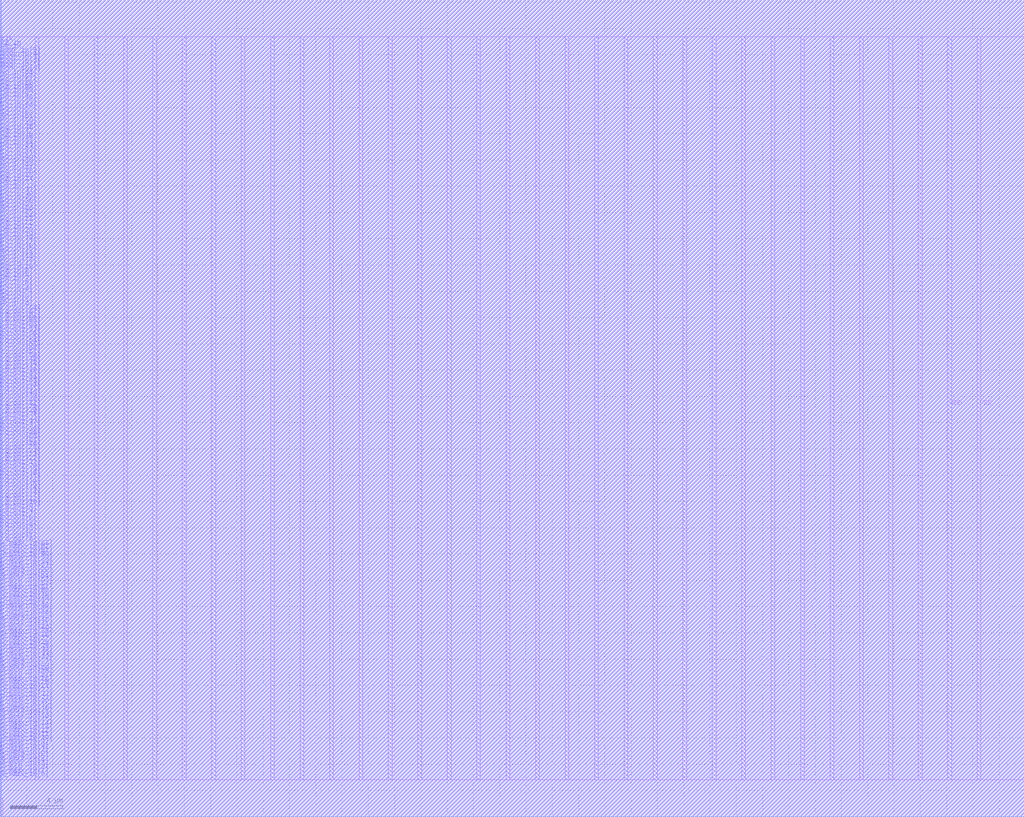
<source format=lef>
VERSION 5.7 ;
BUSBITCHARS "[]" ;
MACRO fakeram45_64x64_upper
  FOREIGN fakeram45_64x64_upper 0 0 ;
  SYMMETRY X Y R90 ;
  SIZE 0.19 BY 1.4 ;
  CLASS BLOCK ;
  PIN w_mask_in[0]
    DIRECTION INPUT ;
    USE SIGNAL ;
    SHAPE ABUTMENT ;
    PORT
      LAYER metal18 ;
      RECT 0.000 2.800 0.070 2.870 ;
    END
  END w_mask_in[0]
  PIN w_mask_in[1]
    DIRECTION INPUT ;
    USE SIGNAL ;
    SHAPE ABUTMENT ;
    PORT
      LAYER metal18 ;
      RECT 0.000 3.080 0.070 3.150 ;
    END
  END w_mask_in[1]
  PIN w_mask_in[2]
    DIRECTION INPUT ;
    USE SIGNAL ;
    SHAPE ABUTMENT ;
    PORT
      LAYER metal18 ;
      RECT 0.000 3.360 0.070 3.430 ;
    END
  END w_mask_in[2]
  PIN w_mask_in[3]
    DIRECTION INPUT ;
    USE SIGNAL ;
    SHAPE ABUTMENT ;
    PORT
      LAYER metal18 ;
      RECT 0.000 3.640 0.070 3.710 ;
    END
  END w_mask_in[3]
  PIN w_mask_in[4]
    DIRECTION INPUT ;
    USE SIGNAL ;
    SHAPE ABUTMENT ;
    PORT
      LAYER metal18 ;
      RECT 0.000 3.920 0.070 3.990 ;
    END
  END w_mask_in[4]
  PIN w_mask_in[5]
    DIRECTION INPUT ;
    USE SIGNAL ;
    SHAPE ABUTMENT ;
    PORT
      LAYER metal18 ;
      RECT 0.000 4.200 0.070 4.270 ;
    END
  END w_mask_in[5]
  PIN w_mask_in[6]
    DIRECTION INPUT ;
    USE SIGNAL ;
    SHAPE ABUTMENT ;
    PORT
      LAYER metal18 ;
      RECT 0.000 4.480 0.070 4.550 ;
    END
  END w_mask_in[6]
  PIN w_mask_in[7]
    DIRECTION INPUT ;
    USE SIGNAL ;
    SHAPE ABUTMENT ;
    PORT
      LAYER metal18 ;
      RECT 0.000 4.760 0.070 4.830 ;
    END
  END w_mask_in[7]
  PIN w_mask_in[8]
    DIRECTION INPUT ;
    USE SIGNAL ;
    SHAPE ABUTMENT ;
    PORT
      LAYER metal18 ;
      RECT 0.000 5.040 0.070 5.110 ;
    END
  END w_mask_in[8]
  PIN w_mask_in[9]
    DIRECTION INPUT ;
    USE SIGNAL ;
    SHAPE ABUTMENT ;
    PORT
      LAYER metal18 ;
      RECT 0.000 5.320 0.070 5.390 ;
    END
  END w_mask_in[9]
  PIN w_mask_in[10]
    DIRECTION INPUT ;
    USE SIGNAL ;
    SHAPE ABUTMENT ;
    PORT
      LAYER metal18 ;
      RECT 0.000 5.600 0.070 5.670 ;
    END
  END w_mask_in[10]
  PIN w_mask_in[11]
    DIRECTION INPUT ;
    USE SIGNAL ;
    SHAPE ABUTMENT ;
    PORT
      LAYER metal18 ;
      RECT 0.000 5.880 0.070 5.950 ;
    END
  END w_mask_in[11]
  PIN w_mask_in[12]
    DIRECTION INPUT ;
    USE SIGNAL ;
    SHAPE ABUTMENT ;
    PORT
      LAYER metal18 ;
      RECT 0.000 6.160 0.070 6.230 ;
    END
  END w_mask_in[12]
  PIN w_mask_in[13]
    DIRECTION INPUT ;
    USE SIGNAL ;
    SHAPE ABUTMENT ;
    PORT
      LAYER metal18 ;
      RECT 0.000 6.440 0.070 6.510 ;
    END
  END w_mask_in[13]
  PIN w_mask_in[14]
    DIRECTION INPUT ;
    USE SIGNAL ;
    SHAPE ABUTMENT ;
    PORT
      LAYER metal18 ;
      RECT 0.000 6.720 0.070 6.790 ;
    END
  END w_mask_in[14]
  PIN w_mask_in[15]
    DIRECTION INPUT ;
    USE SIGNAL ;
    SHAPE ABUTMENT ;
    PORT
      LAYER metal18 ;
      RECT 0.000 7.000 0.070 7.070 ;
    END
  END w_mask_in[15]
  PIN w_mask_in[16]
    DIRECTION INPUT ;
    USE SIGNAL ;
    SHAPE ABUTMENT ;
    PORT
      LAYER metal18 ;
      RECT 0.000 7.280 0.070 7.350 ;
    END
  END w_mask_in[16]
  PIN w_mask_in[17]
    DIRECTION INPUT ;
    USE SIGNAL ;
    SHAPE ABUTMENT ;
    PORT
      LAYER metal18 ;
      RECT 0.000 7.560 0.070 7.630 ;
    END
  END w_mask_in[17]
  PIN w_mask_in[18]
    DIRECTION INPUT ;
    USE SIGNAL ;
    SHAPE ABUTMENT ;
    PORT
      LAYER metal18 ;
      RECT 0.000 7.840 0.070 7.910 ;
    END
  END w_mask_in[18]
  PIN w_mask_in[19]
    DIRECTION INPUT ;
    USE SIGNAL ;
    SHAPE ABUTMENT ;
    PORT
      LAYER metal18 ;
      RECT 0.000 8.120 0.070 8.190 ;
    END
  END w_mask_in[19]
  PIN w_mask_in[20]
    DIRECTION INPUT ;
    USE SIGNAL ;
    SHAPE ABUTMENT ;
    PORT
      LAYER metal18 ;
      RECT 0.000 8.400 0.070 8.470 ;
    END
  END w_mask_in[20]
  PIN w_mask_in[21]
    DIRECTION INPUT ;
    USE SIGNAL ;
    SHAPE ABUTMENT ;
    PORT
      LAYER metal18 ;
      RECT 0.000 8.680 0.070 8.750 ;
    END
  END w_mask_in[21]
  PIN w_mask_in[22]
    DIRECTION INPUT ;
    USE SIGNAL ;
    SHAPE ABUTMENT ;
    PORT
      LAYER metal18 ;
      RECT 0.000 8.960 0.070 9.030 ;
    END
  END w_mask_in[22]
  PIN w_mask_in[23]
    DIRECTION INPUT ;
    USE SIGNAL ;
    SHAPE ABUTMENT ;
    PORT
      LAYER metal18 ;
      RECT 0.000 9.240 0.070 9.310 ;
    END
  END w_mask_in[23]
  PIN w_mask_in[24]
    DIRECTION INPUT ;
    USE SIGNAL ;
    SHAPE ABUTMENT ;
    PORT
      LAYER metal18 ;
      RECT 0.000 9.520 0.070 9.590 ;
    END
  END w_mask_in[24]
  PIN w_mask_in[25]
    DIRECTION INPUT ;
    USE SIGNAL ;
    SHAPE ABUTMENT ;
    PORT
      LAYER metal18 ;
      RECT 0.000 9.800 0.070 9.870 ;
    END
  END w_mask_in[25]
  PIN w_mask_in[26]
    DIRECTION INPUT ;
    USE SIGNAL ;
    SHAPE ABUTMENT ;
    PORT
      LAYER metal18 ;
      RECT 0.000 10.080 0.070 10.150 ;
    END
  END w_mask_in[26]
  PIN w_mask_in[27]
    DIRECTION INPUT ;
    USE SIGNAL ;
    SHAPE ABUTMENT ;
    PORT
      LAYER metal18 ;
      RECT 0.000 10.360 0.070 10.430 ;
    END
  END w_mask_in[27]
  PIN w_mask_in[28]
    DIRECTION INPUT ;
    USE SIGNAL ;
    SHAPE ABUTMENT ;
    PORT
      LAYER metal18 ;
      RECT 0.000 10.640 0.070 10.710 ;
    END
  END w_mask_in[28]
  PIN w_mask_in[29]
    DIRECTION INPUT ;
    USE SIGNAL ;
    SHAPE ABUTMENT ;
    PORT
      LAYER metal18 ;
      RECT 0.000 10.920 0.070 10.990 ;
    END
  END w_mask_in[29]
  PIN w_mask_in[30]
    DIRECTION INPUT ;
    USE SIGNAL ;
    SHAPE ABUTMENT ;
    PORT
      LAYER metal18 ;
      RECT 0.000 11.200 0.070 11.270 ;
    END
  END w_mask_in[30]
  PIN w_mask_in[31]
    DIRECTION INPUT ;
    USE SIGNAL ;
    SHAPE ABUTMENT ;
    PORT
      LAYER metal18 ;
      RECT 0.000 11.480 0.070 11.550 ;
    END
  END w_mask_in[31]
  PIN w_mask_in[32]
    DIRECTION INPUT ;
    USE SIGNAL ;
    SHAPE ABUTMENT ;
    PORT
      LAYER metal18 ;
      RECT 0.000 11.760 0.070 11.830 ;
    END
  END w_mask_in[32]
  PIN w_mask_in[33]
    DIRECTION INPUT ;
    USE SIGNAL ;
    SHAPE ABUTMENT ;
    PORT
      LAYER metal18 ;
      RECT 0.000 12.040 0.070 12.110 ;
    END
  END w_mask_in[33]
  PIN w_mask_in[34]
    DIRECTION INPUT ;
    USE SIGNAL ;
    SHAPE ABUTMENT ;
    PORT
      LAYER metal18 ;
      RECT 0.000 12.320 0.070 12.390 ;
    END
  END w_mask_in[34]
  PIN w_mask_in[35]
    DIRECTION INPUT ;
    USE SIGNAL ;
    SHAPE ABUTMENT ;
    PORT
      LAYER metal18 ;
      RECT 0.000 12.600 0.070 12.670 ;
    END
  END w_mask_in[35]
  PIN w_mask_in[36]
    DIRECTION INPUT ;
    USE SIGNAL ;
    SHAPE ABUTMENT ;
    PORT
      LAYER metal18 ;
      RECT 0.000 12.880 0.070 12.950 ;
    END
  END w_mask_in[36]
  PIN w_mask_in[37]
    DIRECTION INPUT ;
    USE SIGNAL ;
    SHAPE ABUTMENT ;
    PORT
      LAYER metal18 ;
      RECT 0.000 13.160 0.070 13.230 ;
    END
  END w_mask_in[37]
  PIN w_mask_in[38]
    DIRECTION INPUT ;
    USE SIGNAL ;
    SHAPE ABUTMENT ;
    PORT
      LAYER metal18 ;
      RECT 0.000 13.440 0.070 13.510 ;
    END
  END w_mask_in[38]
  PIN w_mask_in[39]
    DIRECTION INPUT ;
    USE SIGNAL ;
    SHAPE ABUTMENT ;
    PORT
      LAYER metal18 ;
      RECT 0.000 13.720 0.070 13.790 ;
    END
  END w_mask_in[39]
  PIN w_mask_in[40]
    DIRECTION INPUT ;
    USE SIGNAL ;
    SHAPE ABUTMENT ;
    PORT
      LAYER metal18 ;
      RECT 0.000 14.000 0.070 14.070 ;
    END
  END w_mask_in[40]
  PIN w_mask_in[41]
    DIRECTION INPUT ;
    USE SIGNAL ;
    SHAPE ABUTMENT ;
    PORT
      LAYER metal18 ;
      RECT 0.000 14.280 0.070 14.350 ;
    END
  END w_mask_in[41]
  PIN w_mask_in[42]
    DIRECTION INPUT ;
    USE SIGNAL ;
    SHAPE ABUTMENT ;
    PORT
      LAYER metal18 ;
      RECT 0.000 14.560 0.070 14.630 ;
    END
  END w_mask_in[42]
  PIN w_mask_in[43]
    DIRECTION INPUT ;
    USE SIGNAL ;
    SHAPE ABUTMENT ;
    PORT
      LAYER metal18 ;
      RECT 0.000 14.840 0.070 14.910 ;
    END
  END w_mask_in[43]
  PIN w_mask_in[44]
    DIRECTION INPUT ;
    USE SIGNAL ;
    SHAPE ABUTMENT ;
    PORT
      LAYER metal18 ;
      RECT 0.000 15.120 0.070 15.190 ;
    END
  END w_mask_in[44]
  PIN w_mask_in[45]
    DIRECTION INPUT ;
    USE SIGNAL ;
    SHAPE ABUTMENT ;
    PORT
      LAYER metal18 ;
      RECT 0.000 15.400 0.070 15.470 ;
    END
  END w_mask_in[45]
  PIN w_mask_in[46]
    DIRECTION INPUT ;
    USE SIGNAL ;
    SHAPE ABUTMENT ;
    PORT
      LAYER metal18 ;
      RECT 0.000 15.680 0.070 15.750 ;
    END
  END w_mask_in[46]
  PIN w_mask_in[47]
    DIRECTION INPUT ;
    USE SIGNAL ;
    SHAPE ABUTMENT ;
    PORT
      LAYER metal18 ;
      RECT 0.000 15.960 0.070 16.030 ;
    END
  END w_mask_in[47]
  PIN w_mask_in[48]
    DIRECTION INPUT ;
    USE SIGNAL ;
    SHAPE ABUTMENT ;
    PORT
      LAYER metal18 ;
      RECT 0.000 16.240 0.070 16.310 ;
    END
  END w_mask_in[48]
  PIN w_mask_in[49]
    DIRECTION INPUT ;
    USE SIGNAL ;
    SHAPE ABUTMENT ;
    PORT
      LAYER metal18 ;
      RECT 0.000 16.520 0.070 16.590 ;
    END
  END w_mask_in[49]
  PIN w_mask_in[50]
    DIRECTION INPUT ;
    USE SIGNAL ;
    SHAPE ABUTMENT ;
    PORT
      LAYER metal18 ;
      RECT 0.000 16.800 0.070 16.870 ;
    END
  END w_mask_in[50]
  PIN w_mask_in[51]
    DIRECTION INPUT ;
    USE SIGNAL ;
    SHAPE ABUTMENT ;
    PORT
      LAYER metal18 ;
      RECT 0.000 17.080 0.070 17.150 ;
    END
  END w_mask_in[51]
  PIN w_mask_in[52]
    DIRECTION INPUT ;
    USE SIGNAL ;
    SHAPE ABUTMENT ;
    PORT
      LAYER metal18 ;
      RECT 0.000 17.360 0.070 17.430 ;
    END
  END w_mask_in[52]
  PIN w_mask_in[53]
    DIRECTION INPUT ;
    USE SIGNAL ;
    SHAPE ABUTMENT ;
    PORT
      LAYER metal18 ;
      RECT 0.000 17.640 0.070 17.710 ;
    END
  END w_mask_in[53]
  PIN w_mask_in[54]
    DIRECTION INPUT ;
    USE SIGNAL ;
    SHAPE ABUTMENT ;
    PORT
      LAYER metal18 ;
      RECT 0.000 17.920 0.070 17.990 ;
    END
  END w_mask_in[54]
  PIN w_mask_in[55]
    DIRECTION INPUT ;
    USE SIGNAL ;
    SHAPE ABUTMENT ;
    PORT
      LAYER metal18 ;
      RECT 0.000 18.200 0.070 18.270 ;
    END
  END w_mask_in[55]
  PIN w_mask_in[56]
    DIRECTION INPUT ;
    USE SIGNAL ;
    SHAPE ABUTMENT ;
    PORT
      LAYER metal18 ;
      RECT 0.000 18.480 0.070 18.550 ;
    END
  END w_mask_in[56]
  PIN w_mask_in[57]
    DIRECTION INPUT ;
    USE SIGNAL ;
    SHAPE ABUTMENT ;
    PORT
      LAYER metal18 ;
      RECT 0.000 18.760 0.070 18.830 ;
    END
  END w_mask_in[57]
  PIN w_mask_in[58]
    DIRECTION INPUT ;
    USE SIGNAL ;
    SHAPE ABUTMENT ;
    PORT
      LAYER metal18 ;
      RECT 0.000 19.040 0.070 19.110 ;
    END
  END w_mask_in[58]
  PIN w_mask_in[59]
    DIRECTION INPUT ;
    USE SIGNAL ;
    SHAPE ABUTMENT ;
    PORT
      LAYER metal18 ;
      RECT 0.000 19.320 0.070 19.390 ;
    END
  END w_mask_in[59]
  PIN w_mask_in[60]
    DIRECTION INPUT ;
    USE SIGNAL ;
    SHAPE ABUTMENT ;
    PORT
      LAYER metal18 ;
      RECT 0.000 19.600 0.070 19.670 ;
    END
  END w_mask_in[60]
  PIN w_mask_in[61]
    DIRECTION INPUT ;
    USE SIGNAL ;
    SHAPE ABUTMENT ;
    PORT
      LAYER metal18 ;
      RECT 0.000 19.880 0.070 19.950 ;
    END
  END w_mask_in[61]
  PIN w_mask_in[62]
    DIRECTION INPUT ;
    USE SIGNAL ;
    SHAPE ABUTMENT ;
    PORT
      LAYER metal18 ;
      RECT 0.000 20.160 0.070 20.230 ;
    END
  END w_mask_in[62]
  PIN w_mask_in[63]
    DIRECTION INPUT ;
    USE SIGNAL ;
    SHAPE ABUTMENT ;
    PORT
      LAYER metal18 ;
      RECT 0.000 20.440 0.070 20.510 ;
    END
  END w_mask_in[63]
  PIN rd_out[0]
    DIRECTION OUTPUT ;
    USE SIGNAL ;
    SHAPE ABUTMENT ;
    PORT
      LAYER metal18 ;
      RECT 0.000 20.720 0.070 20.790 ;
    END
  END rd_out[0]
  PIN rd_out[1]
    DIRECTION OUTPUT ;
    USE SIGNAL ;
    SHAPE ABUTMENT ;
    PORT
      LAYER metal18 ;
      RECT 0.000 21.000 0.070 21.070 ;
    END
  END rd_out[1]
  PIN rd_out[2]
    DIRECTION OUTPUT ;
    USE SIGNAL ;
    SHAPE ABUTMENT ;
    PORT
      LAYER metal18 ;
      RECT 0.000 21.280 0.070 21.350 ;
    END
  END rd_out[2]
  PIN rd_out[3]
    DIRECTION OUTPUT ;
    USE SIGNAL ;
    SHAPE ABUTMENT ;
    PORT
      LAYER metal18 ;
      RECT 0.000 21.560 0.070 21.630 ;
    END
  END rd_out[3]
  PIN rd_out[4]
    DIRECTION OUTPUT ;
    USE SIGNAL ;
    SHAPE ABUTMENT ;
    PORT
      LAYER metal18 ;
      RECT 0.000 21.840 0.070 21.910 ;
    END
  END rd_out[4]
  PIN rd_out[5]
    DIRECTION OUTPUT ;
    USE SIGNAL ;
    SHAPE ABUTMENT ;
    PORT
      LAYER metal18 ;
      RECT 0.000 22.120 0.070 22.190 ;
    END
  END rd_out[5]
  PIN rd_out[6]
    DIRECTION OUTPUT ;
    USE SIGNAL ;
    SHAPE ABUTMENT ;
    PORT
      LAYER metal18 ;
      RECT 0.000 22.400 0.070 22.470 ;
    END
  END rd_out[6]
  PIN rd_out[7]
    DIRECTION OUTPUT ;
    USE SIGNAL ;
    SHAPE ABUTMENT ;
    PORT
      LAYER metal18 ;
      RECT 0.000 22.680 0.070 22.750 ;
    END
  END rd_out[7]
  PIN rd_out[8]
    DIRECTION OUTPUT ;
    USE SIGNAL ;
    SHAPE ABUTMENT ;
    PORT
      LAYER metal18 ;
      RECT 0.000 22.960 0.070 23.030 ;
    END
  END rd_out[8]
  PIN rd_out[9]
    DIRECTION OUTPUT ;
    USE SIGNAL ;
    SHAPE ABUTMENT ;
    PORT
      LAYER metal18 ;
      RECT 0.000 23.240 0.070 23.310 ;
    END
  END rd_out[9]
  PIN rd_out[10]
    DIRECTION OUTPUT ;
    USE SIGNAL ;
    SHAPE ABUTMENT ;
    PORT
      LAYER metal18 ;
      RECT 0.000 23.520 0.070 23.590 ;
    END
  END rd_out[10]
  PIN rd_out[11]
    DIRECTION OUTPUT ;
    USE SIGNAL ;
    SHAPE ABUTMENT ;
    PORT
      LAYER metal18 ;
      RECT 0.000 23.800 0.070 23.870 ;
    END
  END rd_out[11]
  PIN rd_out[12]
    DIRECTION OUTPUT ;
    USE SIGNAL ;
    SHAPE ABUTMENT ;
    PORT
      LAYER metal18 ;
      RECT 0.000 24.080 0.070 24.150 ;
    END
  END rd_out[12]
  PIN rd_out[13]
    DIRECTION OUTPUT ;
    USE SIGNAL ;
    SHAPE ABUTMENT ;
    PORT
      LAYER metal18 ;
      RECT 0.000 24.360 0.070 24.430 ;
    END
  END rd_out[13]
  PIN rd_out[14]
    DIRECTION OUTPUT ;
    USE SIGNAL ;
    SHAPE ABUTMENT ;
    PORT
      LAYER metal18 ;
      RECT 0.000 24.640 0.070 24.710 ;
    END
  END rd_out[14]
  PIN rd_out[15]
    DIRECTION OUTPUT ;
    USE SIGNAL ;
    SHAPE ABUTMENT ;
    PORT
      LAYER metal18 ;
      RECT 0.000 24.920 0.070 24.990 ;
    END
  END rd_out[15]
  PIN rd_out[16]
    DIRECTION OUTPUT ;
    USE SIGNAL ;
    SHAPE ABUTMENT ;
    PORT
      LAYER metal18 ;
      RECT 0.000 25.200 0.070 25.270 ;
    END
  END rd_out[16]
  PIN rd_out[17]
    DIRECTION OUTPUT ;
    USE SIGNAL ;
    SHAPE ABUTMENT ;
    PORT
      LAYER metal18 ;
      RECT 0.000 25.480 0.070 25.550 ;
    END
  END rd_out[17]
  PIN rd_out[18]
    DIRECTION OUTPUT ;
    USE SIGNAL ;
    SHAPE ABUTMENT ;
    PORT
      LAYER metal18 ;
      RECT 0.000 25.760 0.070 25.830 ;
    END
  END rd_out[18]
  PIN rd_out[19]
    DIRECTION OUTPUT ;
    USE SIGNAL ;
    SHAPE ABUTMENT ;
    PORT
      LAYER metal18 ;
      RECT 0.000 26.040 0.070 26.110 ;
    END
  END rd_out[19]
  PIN rd_out[20]
    DIRECTION OUTPUT ;
    USE SIGNAL ;
    SHAPE ABUTMENT ;
    PORT
      LAYER metal18 ;
      RECT 0.000 26.320 0.070 26.390 ;
    END
  END rd_out[20]
  PIN rd_out[21]
    DIRECTION OUTPUT ;
    USE SIGNAL ;
    SHAPE ABUTMENT ;
    PORT
      LAYER metal18 ;
      RECT 0.000 26.600 0.070 26.670 ;
    END
  END rd_out[21]
  PIN rd_out[22]
    DIRECTION OUTPUT ;
    USE SIGNAL ;
    SHAPE ABUTMENT ;
    PORT
      LAYER metal18 ;
      RECT 0.000 26.880 0.070 26.950 ;
    END
  END rd_out[22]
  PIN rd_out[23]
    DIRECTION OUTPUT ;
    USE SIGNAL ;
    SHAPE ABUTMENT ;
    PORT
      LAYER metal18 ;
      RECT 0.000 27.160 0.070 27.230 ;
    END
  END rd_out[23]
  PIN rd_out[24]
    DIRECTION OUTPUT ;
    USE SIGNAL ;
    SHAPE ABUTMENT ;
    PORT
      LAYER metal18 ;
      RECT 0.000 27.440 0.070 27.510 ;
    END
  END rd_out[24]
  PIN rd_out[25]
    DIRECTION OUTPUT ;
    USE SIGNAL ;
    SHAPE ABUTMENT ;
    PORT
      LAYER metal18 ;
      RECT 0.000 27.720 0.070 27.790 ;
    END
  END rd_out[25]
  PIN rd_out[26]
    DIRECTION OUTPUT ;
    USE SIGNAL ;
    SHAPE ABUTMENT ;
    PORT
      LAYER metal18 ;
      RECT 0.000 28.000 0.070 28.070 ;
    END
  END rd_out[26]
  PIN rd_out[27]
    DIRECTION OUTPUT ;
    USE SIGNAL ;
    SHAPE ABUTMENT ;
    PORT
      LAYER metal18 ;
      RECT 0.000 28.280 0.070 28.350 ;
    END
  END rd_out[27]
  PIN rd_out[28]
    DIRECTION OUTPUT ;
    USE SIGNAL ;
    SHAPE ABUTMENT ;
    PORT
      LAYER metal18 ;
      RECT 0.000 28.560 0.070 28.630 ;
    END
  END rd_out[28]
  PIN rd_out[29]
    DIRECTION OUTPUT ;
    USE SIGNAL ;
    SHAPE ABUTMENT ;
    PORT
      LAYER metal18 ;
      RECT 0.000 28.840 0.070 28.910 ;
    END
  END rd_out[29]
  PIN rd_out[30]
    DIRECTION OUTPUT ;
    USE SIGNAL ;
    SHAPE ABUTMENT ;
    PORT
      LAYER metal18 ;
      RECT 0.000 29.120 0.070 29.190 ;
    END
  END rd_out[30]
  PIN rd_out[31]
    DIRECTION OUTPUT ;
    USE SIGNAL ;
    SHAPE ABUTMENT ;
    PORT
      LAYER metal18 ;
      RECT 0.000 29.400 0.070 29.470 ;
    END
  END rd_out[31]
  PIN rd_out[32]
    DIRECTION OUTPUT ;
    USE SIGNAL ;
    SHAPE ABUTMENT ;
    PORT
      LAYER metal18 ;
      RECT 0.000 29.680 0.070 29.750 ;
    END
  END rd_out[32]
  PIN rd_out[33]
    DIRECTION OUTPUT ;
    USE SIGNAL ;
    SHAPE ABUTMENT ;
    PORT
      LAYER metal18 ;
      RECT 0.000 29.960 0.070 30.030 ;
    END
  END rd_out[33]
  PIN rd_out[34]
    DIRECTION OUTPUT ;
    USE SIGNAL ;
    SHAPE ABUTMENT ;
    PORT
      LAYER metal18 ;
      RECT 0.000 30.240 0.070 30.310 ;
    END
  END rd_out[34]
  PIN rd_out[35]
    DIRECTION OUTPUT ;
    USE SIGNAL ;
    SHAPE ABUTMENT ;
    PORT
      LAYER metal18 ;
      RECT 0.000 30.520 0.070 30.590 ;
    END
  END rd_out[35]
  PIN rd_out[36]
    DIRECTION OUTPUT ;
    USE SIGNAL ;
    SHAPE ABUTMENT ;
    PORT
      LAYER metal18 ;
      RECT 0.000 30.800 0.070 30.870 ;
    END
  END rd_out[36]
  PIN rd_out[37]
    DIRECTION OUTPUT ;
    USE SIGNAL ;
    SHAPE ABUTMENT ;
    PORT
      LAYER metal18 ;
      RECT 0.000 31.080 0.070 31.150 ;
    END
  END rd_out[37]
  PIN rd_out[38]
    DIRECTION OUTPUT ;
    USE SIGNAL ;
    SHAPE ABUTMENT ;
    PORT
      LAYER metal18 ;
      RECT 0.000 31.360 0.070 31.430 ;
    END
  END rd_out[38]
  PIN rd_out[39]
    DIRECTION OUTPUT ;
    USE SIGNAL ;
    SHAPE ABUTMENT ;
    PORT
      LAYER metal18 ;
      RECT 0.000 31.640 0.070 31.710 ;
    END
  END rd_out[39]
  PIN rd_out[40]
    DIRECTION OUTPUT ;
    USE SIGNAL ;
    SHAPE ABUTMENT ;
    PORT
      LAYER metal18 ;
      RECT 0.000 31.920 0.070 31.990 ;
    END
  END rd_out[40]
  PIN rd_out[41]
    DIRECTION OUTPUT ;
    USE SIGNAL ;
    SHAPE ABUTMENT ;
    PORT
      LAYER metal18 ;
      RECT 0.000 32.200 0.070 32.270 ;
    END
  END rd_out[41]
  PIN rd_out[42]
    DIRECTION OUTPUT ;
    USE SIGNAL ;
    SHAPE ABUTMENT ;
    PORT
      LAYER metal18 ;
      RECT 0.000 32.480 0.070 32.550 ;
    END
  END rd_out[42]
  PIN rd_out[43]
    DIRECTION OUTPUT ;
    USE SIGNAL ;
    SHAPE ABUTMENT ;
    PORT
      LAYER metal18 ;
      RECT 0.000 32.760 0.070 32.830 ;
    END
  END rd_out[43]
  PIN rd_out[44]
    DIRECTION OUTPUT ;
    USE SIGNAL ;
    SHAPE ABUTMENT ;
    PORT
      LAYER metal18 ;
      RECT 0.000 33.040 0.070 33.110 ;
    END
  END rd_out[44]
  PIN rd_out[45]
    DIRECTION OUTPUT ;
    USE SIGNAL ;
    SHAPE ABUTMENT ;
    PORT
      LAYER metal18 ;
      RECT 0.000 33.320 0.070 33.390 ;
    END
  END rd_out[45]
  PIN rd_out[46]
    DIRECTION OUTPUT ;
    USE SIGNAL ;
    SHAPE ABUTMENT ;
    PORT
      LAYER metal18 ;
      RECT 0.000 33.600 0.070 33.670 ;
    END
  END rd_out[46]
  PIN rd_out[47]
    DIRECTION OUTPUT ;
    USE SIGNAL ;
    SHAPE ABUTMENT ;
    PORT
      LAYER metal18 ;
      RECT 0.000 33.880 0.070 33.950 ;
    END
  END rd_out[47]
  PIN rd_out[48]
    DIRECTION OUTPUT ;
    USE SIGNAL ;
    SHAPE ABUTMENT ;
    PORT
      LAYER metal18 ;
      RECT 0.000 34.160 0.070 34.230 ;
    END
  END rd_out[48]
  PIN rd_out[49]
    DIRECTION OUTPUT ;
    USE SIGNAL ;
    SHAPE ABUTMENT ;
    PORT
      LAYER metal18 ;
      RECT 0.000 34.440 0.070 34.510 ;
    END
  END rd_out[49]
  PIN rd_out[50]
    DIRECTION OUTPUT ;
    USE SIGNAL ;
    SHAPE ABUTMENT ;
    PORT
      LAYER metal18 ;
      RECT 0.000 34.720 0.070 34.790 ;
    END
  END rd_out[50]
  PIN rd_out[51]
    DIRECTION OUTPUT ;
    USE SIGNAL ;
    SHAPE ABUTMENT ;
    PORT
      LAYER metal18 ;
      RECT 0.000 35.000 0.070 35.070 ;
    END
  END rd_out[51]
  PIN rd_out[52]
    DIRECTION OUTPUT ;
    USE SIGNAL ;
    SHAPE ABUTMENT ;
    PORT
      LAYER metal18 ;
      RECT 0.000 35.280 0.070 35.350 ;
    END
  END rd_out[52]
  PIN rd_out[53]
    DIRECTION OUTPUT ;
    USE SIGNAL ;
    SHAPE ABUTMENT ;
    PORT
      LAYER metal18 ;
      RECT 0.000 35.560 0.070 35.630 ;
    END
  END rd_out[53]
  PIN rd_out[54]
    DIRECTION OUTPUT ;
    USE SIGNAL ;
    SHAPE ABUTMENT ;
    PORT
      LAYER metal18 ;
      RECT 0.000 35.840 0.070 35.910 ;
    END
  END rd_out[54]
  PIN rd_out[55]
    DIRECTION OUTPUT ;
    USE SIGNAL ;
    SHAPE ABUTMENT ;
    PORT
      LAYER metal18 ;
      RECT 0.000 36.120 0.070 36.190 ;
    END
  END rd_out[55]
  PIN rd_out[56]
    DIRECTION OUTPUT ;
    USE SIGNAL ;
    SHAPE ABUTMENT ;
    PORT
      LAYER metal18 ;
      RECT 0.000 36.400 0.070 36.470 ;
    END
  END rd_out[56]
  PIN rd_out[57]
    DIRECTION OUTPUT ;
    USE SIGNAL ;
    SHAPE ABUTMENT ;
    PORT
      LAYER metal18 ;
      RECT 0.000 36.680 0.070 36.750 ;
    END
  END rd_out[57]
  PIN rd_out[58]
    DIRECTION OUTPUT ;
    USE SIGNAL ;
    SHAPE ABUTMENT ;
    PORT
      LAYER metal18 ;
      RECT 0.000 36.960 0.070 37.030 ;
    END
  END rd_out[58]
  PIN rd_out[59]
    DIRECTION OUTPUT ;
    USE SIGNAL ;
    SHAPE ABUTMENT ;
    PORT
      LAYER metal18 ;
      RECT 0.000 37.240 0.070 37.310 ;
    END
  END rd_out[59]
  PIN rd_out[60]
    DIRECTION OUTPUT ;
    USE SIGNAL ;
    SHAPE ABUTMENT ;
    PORT
      LAYER metal18 ;
      RECT 0.000 37.520 0.070 37.590 ;
    END
  END rd_out[60]
  PIN rd_out[61]
    DIRECTION OUTPUT ;
    USE SIGNAL ;
    SHAPE ABUTMENT ;
    PORT
      LAYER metal18 ;
      RECT 0.000 37.800 0.070 37.870 ;
    END
  END rd_out[61]
  PIN rd_out[62]
    DIRECTION OUTPUT ;
    USE SIGNAL ;
    SHAPE ABUTMENT ;
    PORT
      LAYER metal18 ;
      RECT 0.000 38.080 0.070 38.150 ;
    END
  END rd_out[62]
  PIN rd_out[63]
    DIRECTION OUTPUT ;
    USE SIGNAL ;
    SHAPE ABUTMENT ;
    PORT
      LAYER metal18 ;
      RECT 0.000 38.360 0.070 38.430 ;
    END
  END rd_out[63]
  PIN wd_in[0]
    DIRECTION INPUT ;
    USE SIGNAL ;
    SHAPE ABUTMENT ;
    PORT
      LAYER metal18 ;
      RECT 0.000 38.640 0.070 38.710 ;
    END
  END wd_in[0]
  PIN wd_in[1]
    DIRECTION INPUT ;
    USE SIGNAL ;
    SHAPE ABUTMENT ;
    PORT
      LAYER metal18 ;
      RECT 0.000 38.920 0.070 38.990 ;
    END
  END wd_in[1]
  PIN wd_in[2]
    DIRECTION INPUT ;
    USE SIGNAL ;
    SHAPE ABUTMENT ;
    PORT
      LAYER metal18 ;
      RECT 0.000 39.200 0.070 39.270 ;
    END
  END wd_in[2]
  PIN wd_in[3]
    DIRECTION INPUT ;
    USE SIGNAL ;
    SHAPE ABUTMENT ;
    PORT
      LAYER metal18 ;
      RECT 0.000 39.480 0.070 39.550 ;
    END
  END wd_in[3]
  PIN wd_in[4]
    DIRECTION INPUT ;
    USE SIGNAL ;
    SHAPE ABUTMENT ;
    PORT
      LAYER metal18 ;
      RECT 0.000 39.760 0.070 39.830 ;
    END
  END wd_in[4]
  PIN wd_in[5]
    DIRECTION INPUT ;
    USE SIGNAL ;
    SHAPE ABUTMENT ;
    PORT
      LAYER metal18 ;
      RECT 0.000 40.040 0.070 40.110 ;
    END
  END wd_in[5]
  PIN wd_in[6]
    DIRECTION INPUT ;
    USE SIGNAL ;
    SHAPE ABUTMENT ;
    PORT
      LAYER metal18 ;
      RECT 0.000 40.320 0.070 40.390 ;
    END
  END wd_in[6]
  PIN wd_in[7]
    DIRECTION INPUT ;
    USE SIGNAL ;
    SHAPE ABUTMENT ;
    PORT
      LAYER metal18 ;
      RECT 0.000 40.600 0.070 40.670 ;
    END
  END wd_in[7]
  PIN wd_in[8]
    DIRECTION INPUT ;
    USE SIGNAL ;
    SHAPE ABUTMENT ;
    PORT
      LAYER metal18 ;
      RECT 0.000 40.880 0.070 40.950 ;
    END
  END wd_in[8]
  PIN wd_in[9]
    DIRECTION INPUT ;
    USE SIGNAL ;
    SHAPE ABUTMENT ;
    PORT
      LAYER metal18 ;
      RECT 0.000 41.160 0.070 41.230 ;
    END
  END wd_in[9]
  PIN wd_in[10]
    DIRECTION INPUT ;
    USE SIGNAL ;
    SHAPE ABUTMENT ;
    PORT
      LAYER metal18 ;
      RECT 0.000 41.440 0.070 41.510 ;
    END
  END wd_in[10]
  PIN wd_in[11]
    DIRECTION INPUT ;
    USE SIGNAL ;
    SHAPE ABUTMENT ;
    PORT
      LAYER metal18 ;
      RECT 0.000 41.720 0.070 41.790 ;
    END
  END wd_in[11]
  PIN wd_in[12]
    DIRECTION INPUT ;
    USE SIGNAL ;
    SHAPE ABUTMENT ;
    PORT
      LAYER metal18 ;
      RECT 0.000 42.000 0.070 42.070 ;
    END
  END wd_in[12]
  PIN wd_in[13]
    DIRECTION INPUT ;
    USE SIGNAL ;
    SHAPE ABUTMENT ;
    PORT
      LAYER metal18 ;
      RECT 0.000 42.280 0.070 42.350 ;
    END
  END wd_in[13]
  PIN wd_in[14]
    DIRECTION INPUT ;
    USE SIGNAL ;
    SHAPE ABUTMENT ;
    PORT
      LAYER metal18 ;
      RECT 0.000 42.560 0.070 42.630 ;
    END
  END wd_in[14]
  PIN wd_in[15]
    DIRECTION INPUT ;
    USE SIGNAL ;
    SHAPE ABUTMENT ;
    PORT
      LAYER metal18 ;
      RECT 0.000 42.840 0.070 42.910 ;
    END
  END wd_in[15]
  PIN wd_in[16]
    DIRECTION INPUT ;
    USE SIGNAL ;
    SHAPE ABUTMENT ;
    PORT
      LAYER metal18 ;
      RECT 0.000 43.120 0.070 43.190 ;
    END
  END wd_in[16]
  PIN wd_in[17]
    DIRECTION INPUT ;
    USE SIGNAL ;
    SHAPE ABUTMENT ;
    PORT
      LAYER metal18 ;
      RECT 0.000 43.400 0.070 43.470 ;
    END
  END wd_in[17]
  PIN wd_in[18]
    DIRECTION INPUT ;
    USE SIGNAL ;
    SHAPE ABUTMENT ;
    PORT
      LAYER metal18 ;
      RECT 0.000 43.680 0.070 43.750 ;
    END
  END wd_in[18]
  PIN wd_in[19]
    DIRECTION INPUT ;
    USE SIGNAL ;
    SHAPE ABUTMENT ;
    PORT
      LAYER metal18 ;
      RECT 0.000 43.960 0.070 44.030 ;
    END
  END wd_in[19]
  PIN wd_in[20]
    DIRECTION INPUT ;
    USE SIGNAL ;
    SHAPE ABUTMENT ;
    PORT
      LAYER metal18 ;
      RECT 0.000 44.240 0.070 44.310 ;
    END
  END wd_in[20]
  PIN wd_in[21]
    DIRECTION INPUT ;
    USE SIGNAL ;
    SHAPE ABUTMENT ;
    PORT
      LAYER metal18 ;
      RECT 0.000 44.520 0.070 44.590 ;
    END
  END wd_in[21]
  PIN wd_in[22]
    DIRECTION INPUT ;
    USE SIGNAL ;
    SHAPE ABUTMENT ;
    PORT
      LAYER metal18 ;
      RECT 0.000 44.800 0.070 44.870 ;
    END
  END wd_in[22]
  PIN wd_in[23]
    DIRECTION INPUT ;
    USE SIGNAL ;
    SHAPE ABUTMENT ;
    PORT
      LAYER metal18 ;
      RECT 0.000 45.080 0.070 45.150 ;
    END
  END wd_in[23]
  PIN wd_in[24]
    DIRECTION INPUT ;
    USE SIGNAL ;
    SHAPE ABUTMENT ;
    PORT
      LAYER metal18 ;
      RECT 0.000 45.360 0.070 45.430 ;
    END
  END wd_in[24]
  PIN wd_in[25]
    DIRECTION INPUT ;
    USE SIGNAL ;
    SHAPE ABUTMENT ;
    PORT
      LAYER metal18 ;
      RECT 0.000 45.640 0.070 45.710 ;
    END
  END wd_in[25]
  PIN wd_in[26]
    DIRECTION INPUT ;
    USE SIGNAL ;
    SHAPE ABUTMENT ;
    PORT
      LAYER metal18 ;
      RECT 0.000 45.920 0.070 45.990 ;
    END
  END wd_in[26]
  PIN wd_in[27]
    DIRECTION INPUT ;
    USE SIGNAL ;
    SHAPE ABUTMENT ;
    PORT
      LAYER metal18 ;
      RECT 0.000 46.200 0.070 46.270 ;
    END
  END wd_in[27]
  PIN wd_in[28]
    DIRECTION INPUT ;
    USE SIGNAL ;
    SHAPE ABUTMENT ;
    PORT
      LAYER metal18 ;
      RECT 0.000 46.480 0.070 46.550 ;
    END
  END wd_in[28]
  PIN wd_in[29]
    DIRECTION INPUT ;
    USE SIGNAL ;
    SHAPE ABUTMENT ;
    PORT
      LAYER metal18 ;
      RECT 0.000 46.760 0.070 46.830 ;
    END
  END wd_in[29]
  PIN wd_in[30]
    DIRECTION INPUT ;
    USE SIGNAL ;
    SHAPE ABUTMENT ;
    PORT
      LAYER metal18 ;
      RECT 0.000 47.040 0.070 47.110 ;
    END
  END wd_in[30]
  PIN wd_in[31]
    DIRECTION INPUT ;
    USE SIGNAL ;
    SHAPE ABUTMENT ;
    PORT
      LAYER metal18 ;
      RECT 0.000 47.320 0.070 47.390 ;
    END
  END wd_in[31]
  PIN wd_in[32]
    DIRECTION INPUT ;
    USE SIGNAL ;
    SHAPE ABUTMENT ;
    PORT
      LAYER metal18 ;
      RECT 0.000 47.600 0.070 47.670 ;
    END
  END wd_in[32]
  PIN wd_in[33]
    DIRECTION INPUT ;
    USE SIGNAL ;
    SHAPE ABUTMENT ;
    PORT
      LAYER metal18 ;
      RECT 0.000 47.880 0.070 47.950 ;
    END
  END wd_in[33]
  PIN wd_in[34]
    DIRECTION INPUT ;
    USE SIGNAL ;
    SHAPE ABUTMENT ;
    PORT
      LAYER metal18 ;
      RECT 0.000 48.160 0.070 48.230 ;
    END
  END wd_in[34]
  PIN wd_in[35]
    DIRECTION INPUT ;
    USE SIGNAL ;
    SHAPE ABUTMENT ;
    PORT
      LAYER metal18 ;
      RECT 0.000 48.440 0.070 48.510 ;
    END
  END wd_in[35]
  PIN wd_in[36]
    DIRECTION INPUT ;
    USE SIGNAL ;
    SHAPE ABUTMENT ;
    PORT
      LAYER metal18 ;
      RECT 0.000 48.720 0.070 48.790 ;
    END
  END wd_in[36]
  PIN wd_in[37]
    DIRECTION INPUT ;
    USE SIGNAL ;
    SHAPE ABUTMENT ;
    PORT
      LAYER metal18 ;
      RECT 0.000 49.000 0.070 49.070 ;
    END
  END wd_in[37]
  PIN wd_in[38]
    DIRECTION INPUT ;
    USE SIGNAL ;
    SHAPE ABUTMENT ;
    PORT
      LAYER metal18 ;
      RECT 0.000 49.280 0.070 49.350 ;
    END
  END wd_in[38]
  PIN wd_in[39]
    DIRECTION INPUT ;
    USE SIGNAL ;
    SHAPE ABUTMENT ;
    PORT
      LAYER metal18 ;
      RECT 0.000 49.560 0.070 49.630 ;
    END
  END wd_in[39]
  PIN wd_in[40]
    DIRECTION INPUT ;
    USE SIGNAL ;
    SHAPE ABUTMENT ;
    PORT
      LAYER metal18 ;
      RECT 0.000 49.840 0.070 49.910 ;
    END
  END wd_in[40]
  PIN wd_in[41]
    DIRECTION INPUT ;
    USE SIGNAL ;
    SHAPE ABUTMENT ;
    PORT
      LAYER metal18 ;
      RECT 0.000 50.120 0.070 50.190 ;
    END
  END wd_in[41]
  PIN wd_in[42]
    DIRECTION INPUT ;
    USE SIGNAL ;
    SHAPE ABUTMENT ;
    PORT
      LAYER metal18 ;
      RECT 0.000 50.400 0.070 50.470 ;
    END
  END wd_in[42]
  PIN wd_in[43]
    DIRECTION INPUT ;
    USE SIGNAL ;
    SHAPE ABUTMENT ;
    PORT
      LAYER metal18 ;
      RECT 0.000 50.680 0.070 50.750 ;
    END
  END wd_in[43]
  PIN wd_in[44]
    DIRECTION INPUT ;
    USE SIGNAL ;
    SHAPE ABUTMENT ;
    PORT
      LAYER metal18 ;
      RECT 0.000 50.960 0.070 51.030 ;
    END
  END wd_in[44]
  PIN wd_in[45]
    DIRECTION INPUT ;
    USE SIGNAL ;
    SHAPE ABUTMENT ;
    PORT
      LAYER metal18 ;
      RECT 0.000 51.240 0.070 51.310 ;
    END
  END wd_in[45]
  PIN wd_in[46]
    DIRECTION INPUT ;
    USE SIGNAL ;
    SHAPE ABUTMENT ;
    PORT
      LAYER metal18 ;
      RECT 0.000 51.520 0.070 51.590 ;
    END
  END wd_in[46]
  PIN wd_in[47]
    DIRECTION INPUT ;
    USE SIGNAL ;
    SHAPE ABUTMENT ;
    PORT
      LAYER metal18 ;
      RECT 0.000 51.800 0.070 51.870 ;
    END
  END wd_in[47]
  PIN wd_in[48]
    DIRECTION INPUT ;
    USE SIGNAL ;
    SHAPE ABUTMENT ;
    PORT
      LAYER metal18 ;
      RECT 0.000 52.080 0.070 52.150 ;
    END
  END wd_in[48]
  PIN wd_in[49]
    DIRECTION INPUT ;
    USE SIGNAL ;
    SHAPE ABUTMENT ;
    PORT
      LAYER metal18 ;
      RECT 0.000 52.360 0.070 52.430 ;
    END
  END wd_in[49]
  PIN wd_in[50]
    DIRECTION INPUT ;
    USE SIGNAL ;
    SHAPE ABUTMENT ;
    PORT
      LAYER metal18 ;
      RECT 0.000 52.640 0.070 52.710 ;
    END
  END wd_in[50]
  PIN wd_in[51]
    DIRECTION INPUT ;
    USE SIGNAL ;
    SHAPE ABUTMENT ;
    PORT
      LAYER metal18 ;
      RECT 0.000 52.920 0.070 52.990 ;
    END
  END wd_in[51]
  PIN wd_in[52]
    DIRECTION INPUT ;
    USE SIGNAL ;
    SHAPE ABUTMENT ;
    PORT
      LAYER metal18 ;
      RECT 0.000 53.200 0.070 53.270 ;
    END
  END wd_in[52]
  PIN wd_in[53]
    DIRECTION INPUT ;
    USE SIGNAL ;
    SHAPE ABUTMENT ;
    PORT
      LAYER metal18 ;
      RECT 0.000 53.480 0.070 53.550 ;
    END
  END wd_in[53]
  PIN wd_in[54]
    DIRECTION INPUT ;
    USE SIGNAL ;
    SHAPE ABUTMENT ;
    PORT
      LAYER metal18 ;
      RECT 0.000 53.760 0.070 53.830 ;
    END
  END wd_in[54]
  PIN wd_in[55]
    DIRECTION INPUT ;
    USE SIGNAL ;
    SHAPE ABUTMENT ;
    PORT
      LAYER metal18 ;
      RECT 0.000 54.040 0.070 54.110 ;
    END
  END wd_in[55]
  PIN wd_in[56]
    DIRECTION INPUT ;
    USE SIGNAL ;
    SHAPE ABUTMENT ;
    PORT
      LAYER metal18 ;
      RECT 0.000 54.320 0.070 54.390 ;
    END
  END wd_in[56]
  PIN wd_in[57]
    DIRECTION INPUT ;
    USE SIGNAL ;
    SHAPE ABUTMENT ;
    PORT
      LAYER metal18 ;
      RECT 0.000 54.600 0.070 54.670 ;
    END
  END wd_in[57]
  PIN wd_in[58]
    DIRECTION INPUT ;
    USE SIGNAL ;
    SHAPE ABUTMENT ;
    PORT
      LAYER metal18 ;
      RECT 0.000 54.880 0.070 54.950 ;
    END
  END wd_in[58]
  PIN wd_in[59]
    DIRECTION INPUT ;
    USE SIGNAL ;
    SHAPE ABUTMENT ;
    PORT
      LAYER metal18 ;
      RECT 0.000 55.160 0.070 55.230 ;
    END
  END wd_in[59]
  PIN wd_in[60]
    DIRECTION INPUT ;
    USE SIGNAL ;
    SHAPE ABUTMENT ;
    PORT
      LAYER metal18 ;
      RECT 0.000 55.440 0.070 55.510 ;
    END
  END wd_in[60]
  PIN wd_in[61]
    DIRECTION INPUT ;
    USE SIGNAL ;
    SHAPE ABUTMENT ;
    PORT
      LAYER metal18 ;
      RECT 0.000 55.720 0.070 55.790 ;
    END
  END wd_in[61]
  PIN wd_in[62]
    DIRECTION INPUT ;
    USE SIGNAL ;
    SHAPE ABUTMENT ;
    PORT
      LAYER metal18 ;
      RECT 0.000 56.000 0.070 56.070 ;
    END
  END wd_in[62]
  PIN wd_in[63]
    DIRECTION INPUT ;
    USE SIGNAL ;
    SHAPE ABUTMENT ;
    PORT
      LAYER metal18 ;
      RECT 0.000 56.280 0.070 56.350 ;
    END
  END wd_in[63]
  PIN addr_in[0]
    DIRECTION INPUT ;
    USE SIGNAL ;
    SHAPE ABUTMENT ;
    PORT
      LAYER metal18 ;
      RECT 0.000 56.560 0.070 56.630 ;
    END
  END addr_in[0]
  PIN addr_in[1]
    DIRECTION INPUT ;
    USE SIGNAL ;
    SHAPE ABUTMENT ;
    PORT
      LAYER metal18 ;
      RECT 0.000 56.840 0.070 56.910 ;
    END
  END addr_in[1]
  PIN addr_in[2]
    DIRECTION INPUT ;
    USE SIGNAL ;
    SHAPE ABUTMENT ;
    PORT
      LAYER metal18 ;
      RECT 0.000 57.120 0.070 57.190 ;
    END
  END addr_in[2]
  PIN addr_in[3]
    DIRECTION INPUT ;
    USE SIGNAL ;
    SHAPE ABUTMENT ;
    PORT
      LAYER metal18 ;
      RECT 0.000 57.400 0.070 57.470 ;
    END
  END addr_in[3]
  PIN addr_in[4]
    DIRECTION INPUT ;
    USE SIGNAL ;
    SHAPE ABUTMENT ;
    PORT
      LAYER metal18 ;
      RECT 0.000 57.680 0.070 57.750 ;
    END
  END addr_in[4]
  PIN addr_in[5]
    DIRECTION INPUT ;
    USE SIGNAL ;
    SHAPE ABUTMENT ;
    PORT
      LAYER metal18 ;
      RECT 0.000 57.960 0.070 58.030 ;
    END
  END addr_in[5]
  PIN we_in
    DIRECTION INPUT ;
    USE SIGNAL ;
    SHAPE ABUTMENT ;
    PORT
      LAYER metal18 ;
      RECT 0.000 58.240 0.070 58.310 ;
    END
  END we_in
  PIN ce_in
    DIRECTION INPUT ;
    USE SIGNAL ;
    SHAPE ABUTMENT ;
    PORT
      LAYER metal18 ;
      RECT 0.000 58.520 0.070 58.590 ;
    END
  END ce_in
  PIN clk
    DIRECTION INPUT ;
    USE SIGNAL ;
    SHAPE ABUTMENT ;
    PORT
      LAYER metal18 ;
      RECT 0.000 58.800 0.070 58.870 ;
    END
  END clk
  PIN VSS
    DIRECTION INOUT ;
    USE GROUND ;
    PORT
      LAYER metal17 ;
      RECT 2.660 2.800 2.940 59.400 ;
      RECT 7.140 2.800 7.420 59.400 ;
      RECT 11.620 2.800 11.900 59.400 ;
      RECT 16.100 2.800 16.380 59.400 ;
      RECT 20.580 2.800 20.860 59.400 ;
      RECT 25.060 2.800 25.340 59.400 ;
      RECT 29.540 2.800 29.820 59.400 ;
      RECT 34.020 2.800 34.300 59.400 ;
      RECT 38.500 2.800 38.780 59.400 ;
      RECT 42.980 2.800 43.260 59.400 ;
      RECT 47.460 2.800 47.740 59.400 ;
      RECT 51.940 2.800 52.220 59.400 ;
      RECT 56.420 2.800 56.700 59.400 ;
      RECT 60.900 2.800 61.180 59.400 ;
      RECT 65.380 2.800 65.660 59.400 ;
      RECT 69.860 2.800 70.140 59.400 ;
      RECT 74.340 2.800 74.620 59.400 ;
    END
  END VSS
  PIN VDD
    DIRECTION INOUT ;
    USE POWER ;
    PORT
      LAYER metal17 ;
      RECT 4.900 2.800 5.180 59.400 ;
      RECT 9.380 2.800 9.660 59.400 ;
      RECT 13.860 2.800 14.140 59.400 ;
      RECT 18.340 2.800 18.620 59.400 ;
      RECT 22.820 2.800 23.100 59.400 ;
      RECT 27.300 2.800 27.580 59.400 ;
      RECT 31.780 2.800 32.060 59.400 ;
      RECT 36.260 2.800 36.540 59.400 ;
      RECT 40.740 2.800 41.020 59.400 ;
      RECT 45.220 2.800 45.500 59.400 ;
      RECT 49.700 2.800 49.980 59.400 ;
      RECT 54.180 2.800 54.460 59.400 ;
      RECT 58.660 2.800 58.940 59.400 ;
      RECT 63.140 2.800 63.420 59.400 ;
      RECT 67.620 2.800 67.900 59.400 ;
      RECT 72.100 2.800 72.380 59.400 ;
    END
  END VDD
  OBS
    LAYER metal20 ;
    RECT 0 0 77.900 62.200 ;
    LAYER metal19 ;
    RECT 0 0 77.900 62.200 ;
    LAYER metal18 ;
    RECT 0.070 0 77.900 62.200 ;
    RECT 0 0.000 0.070 2.800 ;
    RECT 0 2.870 0.070 3.080 ;
    RECT 0 3.150 0.070 3.360 ;
    RECT 0 3.430 0.070 3.640 ;
    RECT 0 3.710 0.070 3.920 ;
    RECT 0 3.990 0.070 4.200 ;
    RECT 0 4.270 0.070 4.480 ;
    RECT 0 4.550 0.070 4.760 ;
    RECT 0 4.830 0.070 5.040 ;
    RECT 0 5.110 0.070 5.320 ;
    RECT 0 5.390 0.070 5.600 ;
    RECT 0 5.670 0.070 5.880 ;
    RECT 0 5.950 0.070 6.160 ;
    RECT 0 6.230 0.070 6.440 ;
    RECT 0 6.510 0.070 6.720 ;
    RECT 0 6.790 0.070 7.000 ;
    RECT 0 7.070 0.070 7.280 ;
    RECT 0 7.350 0.070 7.560 ;
    RECT 0 7.630 0.070 7.840 ;
    RECT 0 7.910 0.070 8.120 ;
    RECT 0 8.190 0.070 8.400 ;
    RECT 0 8.470 0.070 8.680 ;
    RECT 0 8.750 0.070 8.960 ;
    RECT 0 9.030 0.070 9.240 ;
    RECT 0 9.310 0.070 9.520 ;
    RECT 0 9.590 0.070 9.800 ;
    RECT 0 9.870 0.070 10.080 ;
    RECT 0 10.150 0.070 10.360 ;
    RECT 0 10.430 0.070 10.640 ;
    RECT 0 10.710 0.070 10.920 ;
    RECT 0 10.990 0.070 11.200 ;
    RECT 0 11.270 0.070 11.480 ;
    RECT 0 11.550 0.070 11.760 ;
    RECT 0 11.830 0.070 12.040 ;
    RECT 0 12.110 0.070 12.320 ;
    RECT 0 12.390 0.070 12.600 ;
    RECT 0 12.670 0.070 12.880 ;
    RECT 0 12.950 0.070 13.160 ;
    RECT 0 13.230 0.070 13.440 ;
    RECT 0 13.510 0.070 13.720 ;
    RECT 0 13.790 0.070 14.000 ;
    RECT 0 14.070 0.070 14.280 ;
    RECT 0 14.350 0.070 14.560 ;
    RECT 0 14.630 0.070 14.840 ;
    RECT 0 14.910 0.070 15.120 ;
    RECT 0 15.190 0.070 15.400 ;
    RECT 0 15.470 0.070 15.680 ;
    RECT 0 15.750 0.070 15.960 ;
    RECT 0 16.030 0.070 16.240 ;
    RECT 0 16.310 0.070 16.520 ;
    RECT 0 16.590 0.070 16.800 ;
    RECT 0 16.870 0.070 17.080 ;
    RECT 0 17.150 0.070 17.360 ;
    RECT 0 17.430 0.070 17.640 ;
    RECT 0 17.710 0.070 17.920 ;
    RECT 0 17.990 0.070 18.200 ;
    RECT 0 18.270 0.070 18.480 ;
    RECT 0 18.550 0.070 18.760 ;
    RECT 0 18.830 0.070 19.040 ;
    RECT 0 19.110 0.070 19.320 ;
    RECT 0 19.390 0.070 19.600 ;
    RECT 0 19.670 0.070 19.880 ;
    RECT 0 19.950 0.070 20.160 ;
    RECT 0 20.230 0.070 20.440 ;
    RECT 0 20.510 0.070 20.720 ;
    RECT 0 20.790 0.070 21.000 ;
    RECT 0 21.070 0.070 21.280 ;
    RECT 0 21.350 0.070 21.560 ;
    RECT 0 21.630 0.070 21.840 ;
    RECT 0 21.910 0.070 22.120 ;
    RECT 0 22.190 0.070 22.400 ;
    RECT 0 22.470 0.070 22.680 ;
    RECT 0 22.750 0.070 22.960 ;
    RECT 0 23.030 0.070 23.240 ;
    RECT 0 23.310 0.070 23.520 ;
    RECT 0 23.590 0.070 23.800 ;
    RECT 0 23.870 0.070 24.080 ;
    RECT 0 24.150 0.070 24.360 ;
    RECT 0 24.430 0.070 24.640 ;
    RECT 0 24.710 0.070 24.920 ;
    RECT 0 24.990 0.070 25.200 ;
    RECT 0 25.270 0.070 25.480 ;
    RECT 0 25.550 0.070 25.760 ;
    RECT 0 25.830 0.070 26.040 ;
    RECT 0 26.110 0.070 26.320 ;
    RECT 0 26.390 0.070 26.600 ;
    RECT 0 26.670 0.070 26.880 ;
    RECT 0 26.950 0.070 27.160 ;
    RECT 0 27.230 0.070 27.440 ;
    RECT 0 27.510 0.070 27.720 ;
    RECT 0 27.790 0.070 28.000 ;
    RECT 0 28.070 0.070 28.280 ;
    RECT 0 28.350 0.070 28.560 ;
    RECT 0 28.630 0.070 28.840 ;
    RECT 0 28.910 0.070 29.120 ;
    RECT 0 29.190 0.070 29.400 ;
    RECT 0 29.470 0.070 29.680 ;
    RECT 0 29.750 0.070 29.960 ;
    RECT 0 30.030 0.070 30.240 ;
    RECT 0 30.310 0.070 30.520 ;
    RECT 0 30.590 0.070 30.800 ;
    RECT 0 30.870 0.070 31.080 ;
    RECT 0 31.150 0.070 31.360 ;
    RECT 0 31.430 0.070 31.640 ;
    RECT 0 31.710 0.070 31.920 ;
    RECT 0 31.990 0.070 32.200 ;
    RECT 0 32.270 0.070 32.480 ;
    RECT 0 32.550 0.070 32.760 ;
    RECT 0 32.830 0.070 33.040 ;
    RECT 0 33.110 0.070 33.320 ;
    RECT 0 33.390 0.070 33.600 ;
    RECT 0 33.670 0.070 33.880 ;
    RECT 0 33.950 0.070 34.160 ;
    RECT 0 34.230 0.070 34.440 ;
    RECT 0 34.510 0.070 34.720 ;
    RECT 0 34.790 0.070 35.000 ;
    RECT 0 35.070 0.070 35.280 ;
    RECT 0 35.350 0.070 35.560 ;
    RECT 0 35.630 0.070 35.840 ;
    RECT 0 35.910 0.070 36.120 ;
    RECT 0 36.190 0.070 36.400 ;
    RECT 0 36.470 0.070 36.680 ;
    RECT 0 36.750 0.070 36.960 ;
    RECT 0 37.030 0.070 37.240 ;
    RECT 0 37.310 0.070 37.520 ;
    RECT 0 37.590 0.070 37.800 ;
    RECT 0 37.870 0.070 38.080 ;
    RECT 0 38.150 0.070 38.360 ;
    RECT 0 38.430 0.070 38.640 ;
    RECT 0 38.710 0.070 38.920 ;
    RECT 0 38.990 0.070 39.200 ;
    RECT 0 39.270 0.070 39.480 ;
    RECT 0 39.550 0.070 39.760 ;
    RECT 0 39.830 0.070 40.040 ;
    RECT 0 40.110 0.070 40.320 ;
    RECT 0 40.390 0.070 40.600 ;
    RECT 0 40.670 0.070 40.880 ;
    RECT 0 40.950 0.070 41.160 ;
    RECT 0 41.230 0.070 41.440 ;
    RECT 0 41.510 0.070 41.720 ;
    RECT 0 41.790 0.070 42.000 ;
    RECT 0 42.070 0.070 42.280 ;
    RECT 0 42.350 0.070 42.560 ;
    RECT 0 42.630 0.070 42.840 ;
    RECT 0 42.910 0.070 43.120 ;
    RECT 0 43.190 0.070 43.400 ;
    RECT 0 43.470 0.070 43.680 ;
    RECT 0 43.750 0.070 43.960 ;
    RECT 0 44.030 0.070 44.240 ;
    RECT 0 44.310 0.070 44.520 ;
    RECT 0 44.590 0.070 44.800 ;
    RECT 0 44.870 0.070 45.080 ;
    RECT 0 45.150 0.070 45.360 ;
    RECT 0 45.430 0.070 45.640 ;
    RECT 0 45.710 0.070 45.920 ;
    RECT 0 45.990 0.070 46.200 ;
    RECT 0 46.270 0.070 46.480 ;
    RECT 0 46.550 0.070 46.760 ;
    RECT 0 46.830 0.070 47.040 ;
    RECT 0 47.110 0.070 47.320 ;
    RECT 0 47.390 0.070 47.600 ;
    RECT 0 47.670 0.070 47.880 ;
    RECT 0 47.950 0.070 48.160 ;
    RECT 0 48.230 0.070 48.440 ;
    RECT 0 48.510 0.070 48.720 ;
    RECT 0 48.790 0.070 49.000 ;
    RECT 0 49.070 0.070 49.280 ;
    RECT 0 49.350 0.070 49.560 ;
    RECT 0 49.630 0.070 49.840 ;
    RECT 0 49.910 0.070 50.120 ;
    RECT 0 50.190 0.070 50.400 ;
    RECT 0 50.470 0.070 50.680 ;
    RECT 0 50.750 0.070 50.960 ;
    RECT 0 51.030 0.070 51.240 ;
    RECT 0 51.310 0.070 51.520 ;
    RECT 0 51.590 0.070 51.800 ;
    RECT 0 51.870 0.070 52.080 ;
    RECT 0 52.150 0.070 52.360 ;
    RECT 0 52.430 0.070 52.640 ;
    RECT 0 52.710 0.070 52.920 ;
    RECT 0 52.990 0.070 53.200 ;
    RECT 0 53.270 0.070 53.480 ;
    RECT 0 53.550 0.070 53.760 ;
    RECT 0 53.830 0.070 54.040 ;
    RECT 0 54.110 0.070 54.320 ;
    RECT 0 54.390 0.070 54.600 ;
    RECT 0 54.670 0.070 54.880 ;
    RECT 0 54.950 0.070 55.160 ;
    RECT 0 55.230 0.070 55.440 ;
    RECT 0 55.510 0.070 55.720 ;
    RECT 0 55.790 0.070 56.000 ;
    RECT 0 56.070 0.070 56.280 ;
    RECT 0 56.350 0.070 56.560 ;
    RECT 0 56.630 0.070 56.840 ;
    RECT 0 56.910 0.070 57.120 ;
    RECT 0 57.190 0.070 57.400 ;
    RECT 0 57.470 0.070 57.680 ;
    RECT 0 57.750 0.070 57.960 ;
    RECT 0 58.030 0.070 58.240 ;
    RECT 0 58.310 0.070 58.520 ;
    RECT 0 58.590 0.070 58.800 ;
    RECT 0 58.870 0.070 62.200 ;
    LAYER metal17 ;
    RECT 0 0 77.900 2.800 ;
    RECT 0 59.400 77.900 62.200 ;
    RECT 0.000 2.800 2.660 59.400 ;
    RECT 2.940 2.800 4.900 59.400 ;
    RECT 5.180 2.800 7.140 59.400 ;
    RECT 7.420 2.800 9.380 59.400 ;
    RECT 9.660 2.800 11.620 59.400 ;
    RECT 11.900 2.800 13.860 59.400 ;
    RECT 14.140 2.800 16.100 59.400 ;
    RECT 16.380 2.800 18.340 59.400 ;
    RECT 18.620 2.800 20.580 59.400 ;
    RECT 20.860 2.800 22.820 59.400 ;
    RECT 23.100 2.800 25.060 59.400 ;
    RECT 25.340 2.800 27.300 59.400 ;
    RECT 27.580 2.800 29.540 59.400 ;
    RECT 29.820 2.800 31.780 59.400 ;
    RECT 32.060 2.800 34.020 59.400 ;
    RECT 34.300 2.800 36.260 59.400 ;
    RECT 36.540 2.800 38.500 59.400 ;
    RECT 38.780 2.800 40.740 59.400 ;
    RECT 41.020 2.800 42.980 59.400 ;
    RECT 43.260 2.800 45.220 59.400 ;
    RECT 45.500 2.800 47.460 59.400 ;
    RECT 47.740 2.800 49.700 59.400 ;
    RECT 49.980 2.800 51.940 59.400 ;
    RECT 52.220 2.800 54.180 59.400 ;
    RECT 54.460 2.800 56.420 59.400 ;
    RECT 56.700 2.800 58.660 59.400 ;
    RECT 58.940 2.800 60.900 59.400 ;
    RECT 61.180 2.800 63.140 59.400 ;
    RECT 63.420 2.800 65.380 59.400 ;
    RECT 65.660 2.800 67.620 59.400 ;
    RECT 67.900 2.800 69.860 59.400 ;
    RECT 70.140 2.800 72.100 59.400 ;
    RECT 72.380 2.800 74.340 59.400 ;
    RECT 74.620 2.800 77.900 59.400 ;
  END
END fakeram45_64x64_upper

END LIBRARY

</source>
